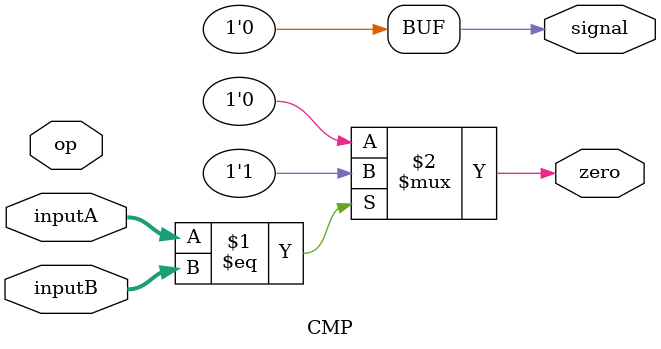
<source format=v>
module CMP(
    input [31:0] inputA,
    input [31:0] inputB,
    input [5:0] op,
    output signal,
    output zero
);

assign zero = (inputA == inputB) ? 1'b1 : 1'b0;
assign signal = 1'b0;
endmodule
</source>
